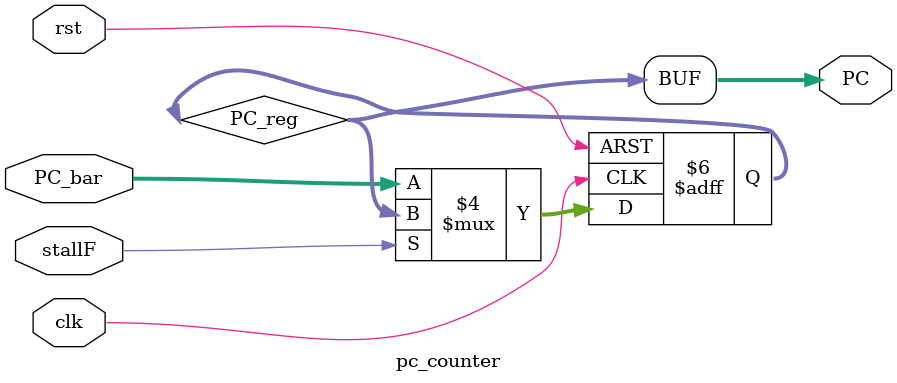
<source format=v>
module  pc_counter(

input wire [31:0]PC_bar, 

input wire clk,

input wire rst,

input wire stallF,

output wire [31:0] PC

);

reg [31:0] PC_reg;
assign PC = PC_reg;

always @(posedge clk, negedge rst) 

begin
    
if(!rst)

begin 

PC_reg <= 32'b0;

end 

else if (stallF)

begin

PC_reg <= PC_reg;

end 

else 

begin

PC_reg <= PC_bar;

end 


end


endmodule 


</source>
